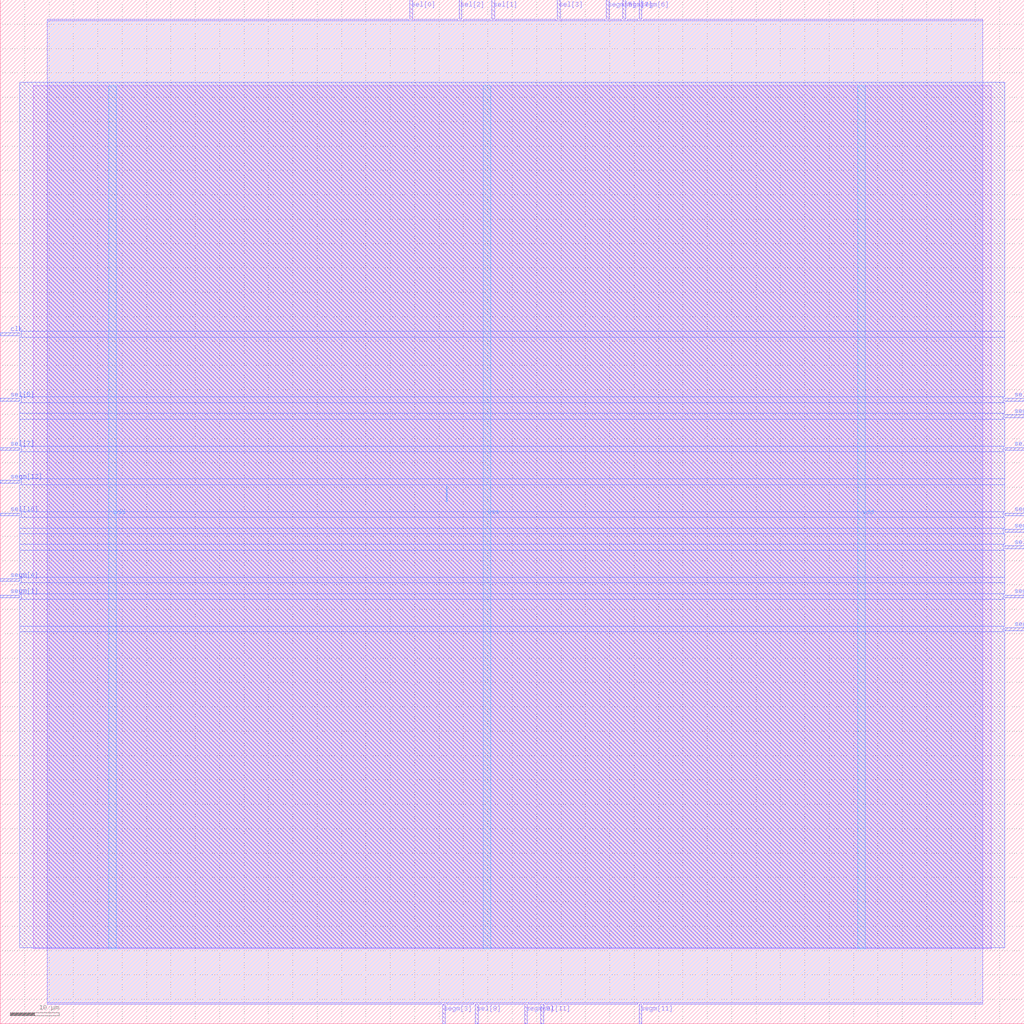
<source format=lef>
VERSION 5.7 ;
  NOWIREEXTENSIONATPIN ON ;
  DIVIDERCHAR "/" ;
  BUSBITCHARS "[]" ;
MACRO ita27
  CLASS BLOCK ;
  FOREIGN ita27 ;
  ORIGIN 0.000 0.000 ;
  SIZE 210.000 BY 210.000 ;
  PIN clk
    DIRECTION INPUT ;
    USE SIGNAL ;
    ANTENNAGATEAREA 4.738000 ;
    ANTENNADIFFAREA 0.410400 ;
    PORT
      LAYER Metal3 ;
        RECT 0.000 141.120 4.000 141.680 ;
    END
  END clk
  PIN segm[0]
    DIRECTION OUTPUT TRISTATE ;
    USE SIGNAL ;
    ANTENNADIFFAREA 0.360800 ;
    PORT
      LAYER Metal3 ;
        RECT 206.000 100.800 210.000 101.360 ;
    END
  END segm[0]
  PIN segm[10]
    DIRECTION OUTPUT TRISTATE ;
    USE SIGNAL ;
    ANTENNADIFFAREA 4.731200 ;
    PORT
      LAYER Metal3 ;
        RECT 206.000 80.640 210.000 81.200 ;
    END
  END segm[10]
  PIN segm[11]
    DIRECTION OUTPUT TRISTATE ;
    USE SIGNAL ;
    ANTENNADIFFAREA 4.731200 ;
    PORT
      LAYER Metal2 ;
        RECT 131.040 0.000 131.600 4.000 ;
    END
  END segm[11]
  PIN segm[12]
    DIRECTION OUTPUT TRISTATE ;
    USE SIGNAL ;
    ANTENNADIFFAREA 4.731200 ;
    PORT
      LAYER Metal3 ;
        RECT 206.000 104.160 210.000 104.720 ;
    END
  END segm[12]
  PIN segm[13]
    DIRECTION OUTPUT TRISTATE ;
    USE SIGNAL ;
    ANTENNADIFFAREA 4.731200 ;
    PORT
      LAYER Metal3 ;
        RECT 0.000 110.880 4.000 111.440 ;
    END
  END segm[13]
  PIN segm[1]
    DIRECTION OUTPUT TRISTATE ;
    USE SIGNAL ;
    ANTENNADIFFAREA 4.731200 ;
    PORT
      LAYER Metal3 ;
        RECT 0.000 87.360 4.000 87.920 ;
    END
  END segm[1]
  PIN segm[2]
    DIRECTION OUTPUT TRISTATE ;
    USE SIGNAL ;
    ANTENNADIFFAREA 4.731200 ;
    PORT
      LAYER Metal3 ;
        RECT 206.000 124.320 210.000 124.880 ;
    END
  END segm[2]
  PIN segm[3]
    DIRECTION OUTPUT TRISTATE ;
    USE SIGNAL ;
    ANTENNADIFFAREA 0.360800 ;
    PORT
      LAYER Metal2 ;
        RECT 90.720 0.000 91.280 4.000 ;
    END
  END segm[3]
  PIN segm[4]
    DIRECTION OUTPUT TRISTATE ;
    USE SIGNAL ;
    ANTENNADIFFAREA 4.731200 ;
    PORT
      LAYER Metal3 ;
        RECT 0.000 90.720 4.000 91.280 ;
    END
  END segm[4]
  PIN segm[5]
    DIRECTION OUTPUT TRISTATE ;
    USE SIGNAL ;
    ANTENNADIFFAREA 0.360800 ;
    PORT
      LAYER Metal2 ;
        RECT 124.320 206.000 124.880 210.000 ;
    END
  END segm[5]
  PIN segm[6]
    DIRECTION OUTPUT TRISTATE ;
    USE SIGNAL ;
    ANTENNADIFFAREA 4.731200 ;
    PORT
      LAYER Metal2 ;
        RECT 131.040 206.000 131.600 210.000 ;
    END
  END segm[6]
  PIN segm[7]
    DIRECTION OUTPUT TRISTATE ;
    USE SIGNAL ;
    ANTENNADIFFAREA 4.731200 ;
    PORT
      LAYER Metal2 ;
        RECT 127.680 206.000 128.240 210.000 ;
    END
  END segm[7]
  PIN segm[8]
    DIRECTION OUTPUT TRISTATE ;
    USE SIGNAL ;
    ANTENNADIFFAREA 4.731200 ;
    PORT
      LAYER Metal3 ;
        RECT 206.000 87.360 210.000 87.920 ;
    END
  END segm[8]
  PIN segm[9]
    DIRECTION OUTPUT TRISTATE ;
    USE SIGNAL ;
    ANTENNADIFFAREA 4.731200 ;
    PORT
      LAYER Metal2 ;
        RECT 107.520 0.000 108.080 4.000 ;
    END
  END segm[9]
  PIN sel[0]
    DIRECTION OUTPUT TRISTATE ;
    USE SIGNAL ;
    ANTENNADIFFAREA 4.731200 ;
    PORT
      LAYER Metal2 ;
        RECT 84.000 206.000 84.560 210.000 ;
    END
  END sel[0]
  PIN sel[10]
    DIRECTION OUTPUT TRISTATE ;
    USE SIGNAL ;
    ANTENNADIFFAREA 4.731200 ;
    PORT
      LAYER Metal3 ;
        RECT 0.000 104.160 4.000 104.720 ;
    END
  END sel[10]
  PIN sel[11]
    DIRECTION OUTPUT TRISTATE ;
    USE SIGNAL ;
    ANTENNADIFFAREA 4.731200 ;
    PORT
      LAYER Metal2 ;
        RECT 110.880 0.000 111.440 4.000 ;
    END
  END sel[11]
  PIN sel[1]
    DIRECTION OUTPUT TRISTATE ;
    USE SIGNAL ;
    ANTENNADIFFAREA 4.731200 ;
    PORT
      LAYER Metal2 ;
        RECT 100.800 206.000 101.360 210.000 ;
    END
  END sel[1]
  PIN sel[2]
    DIRECTION OUTPUT TRISTATE ;
    USE SIGNAL ;
    ANTENNADIFFAREA 4.731200 ;
    PORT
      LAYER Metal2 ;
        RECT 94.080 206.000 94.640 210.000 ;
    END
  END sel[2]
  PIN sel[3]
    DIRECTION OUTPUT TRISTATE ;
    USE SIGNAL ;
    ANTENNADIFFAREA 4.731200 ;
    PORT
      LAYER Metal2 ;
        RECT 114.240 206.000 114.800 210.000 ;
    END
  END sel[3]
  PIN sel[4]
    DIRECTION OUTPUT TRISTATE ;
    USE SIGNAL ;
    ANTENNADIFFAREA 4.731200 ;
    PORT
      LAYER Metal3 ;
        RECT 206.000 117.600 210.000 118.160 ;
    END
  END sel[4]
  PIN sel[5]
    DIRECTION OUTPUT TRISTATE ;
    USE SIGNAL ;
    ANTENNADIFFAREA 4.731200 ;
    PORT
      LAYER Metal3 ;
        RECT 0.000 127.680 4.000 128.240 ;
    END
  END sel[5]
  PIN sel[6]
    DIRECTION OUTPUT TRISTATE ;
    USE SIGNAL ;
    ANTENNADIFFAREA 4.731200 ;
    PORT
      LAYER Metal3 ;
        RECT 206.000 97.440 210.000 98.000 ;
    END
  END sel[6]
  PIN sel[7]
    DIRECTION OUTPUT TRISTATE ;
    USE SIGNAL ;
    ANTENNADIFFAREA 4.731200 ;
    PORT
      LAYER Metal3 ;
        RECT 0.000 117.600 4.000 118.160 ;
    END
  END sel[7]
  PIN sel[8]
    DIRECTION OUTPUT TRISTATE ;
    USE SIGNAL ;
    ANTENNADIFFAREA 4.731200 ;
    PORT
      LAYER Metal2 ;
        RECT 97.440 0.000 98.000 4.000 ;
    END
  END sel[8]
  PIN sel[9]
    DIRECTION OUTPUT TRISTATE ;
    USE SIGNAL ;
    ANTENNADIFFAREA 4.731200 ;
    PORT
      LAYER Metal3 ;
        RECT 206.000 127.680 210.000 128.240 ;
    END
  END sel[9]
  PIN vdd
    DIRECTION INOUT ;
    USE POWER ;
    PORT
      LAYER Metal4 ;
        RECT 22.240 15.380 23.840 192.380 ;
    END
    PORT
      LAYER Metal4 ;
        RECT 175.840 15.380 177.440 192.380 ;
    END
  END vdd
  PIN vss
    DIRECTION INOUT ;
    USE GROUND ;
    PORT
      LAYER Metal4 ;
        RECT 99.040 15.380 100.640 192.380 ;
    END
  END vss
  OBS
      LAYER Metal1 ;
        RECT 6.720 15.380 203.280 192.380 ;
      LAYER Metal2 ;
        RECT 9.660 205.700 83.700 206.000 ;
        RECT 84.860 205.700 93.780 206.000 ;
        RECT 94.940 205.700 100.500 206.000 ;
        RECT 101.660 205.700 113.940 206.000 ;
        RECT 115.100 205.700 124.020 206.000 ;
        RECT 125.180 205.700 127.380 206.000 ;
        RECT 128.540 205.700 130.740 206.000 ;
        RECT 131.900 205.700 201.460 206.000 ;
        RECT 9.660 4.300 201.460 205.700 ;
        RECT 9.660 4.000 90.420 4.300 ;
        RECT 91.580 4.000 97.140 4.300 ;
        RECT 98.300 4.000 107.220 4.300 ;
        RECT 108.380 4.000 110.580 4.300 ;
        RECT 111.740 4.000 130.740 4.300 ;
        RECT 131.900 4.000 201.460 4.300 ;
      LAYER Metal3 ;
        RECT 4.000 141.980 206.000 193.060 ;
        RECT 4.300 140.820 206.000 141.980 ;
        RECT 4.000 128.540 206.000 140.820 ;
        RECT 4.300 127.380 205.700 128.540 ;
        RECT 4.000 125.180 206.000 127.380 ;
        RECT 4.000 124.020 205.700 125.180 ;
        RECT 4.000 118.460 206.000 124.020 ;
        RECT 4.300 117.300 205.700 118.460 ;
        RECT 4.000 111.740 206.000 117.300 ;
        RECT 4.300 110.580 206.000 111.740 ;
        RECT 4.000 105.020 206.000 110.580 ;
        RECT 4.300 103.860 205.700 105.020 ;
        RECT 4.000 101.660 206.000 103.860 ;
        RECT 4.000 100.500 205.700 101.660 ;
        RECT 4.000 98.300 206.000 100.500 ;
        RECT 4.000 97.140 205.700 98.300 ;
        RECT 4.000 91.580 206.000 97.140 ;
        RECT 4.300 90.420 206.000 91.580 ;
        RECT 4.000 88.220 206.000 90.420 ;
        RECT 4.300 87.060 205.700 88.220 ;
        RECT 4.000 81.500 206.000 87.060 ;
        RECT 4.000 80.340 205.700 81.500 ;
        RECT 4.000 15.540 206.000 80.340 ;
      LAYER Metal4 ;
        RECT 91.420 107.050 91.700 110.230 ;
  END
END ita27
END LIBRARY


</source>
